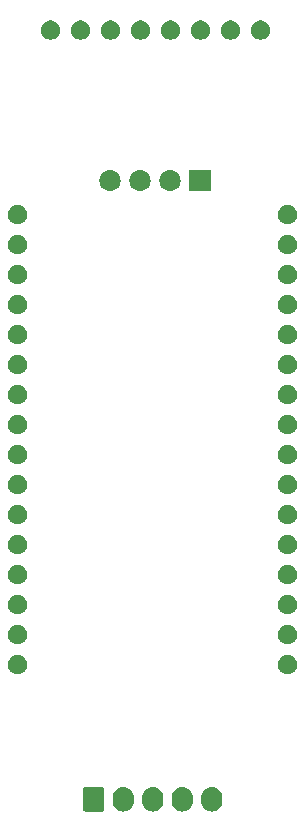
<source format=gbr>
G04 #@! TF.GenerationSoftware,KiCad,Pcbnew,(5.1.0-0)*
G04 #@! TF.CreationDate,2019-06-19T18:31:01-07:00*
G04 #@! TF.ProjectId,d32_sapflow_rtc,6433325f-7361-4706-966c-6f775f727463,rev?*
G04 #@! TF.SameCoordinates,Original*
G04 #@! TF.FileFunction,Soldermask,Top*
G04 #@! TF.FilePolarity,Negative*
%FSLAX46Y46*%
G04 Gerber Fmt 4.6, Leading zero omitted, Abs format (unit mm)*
G04 Created by KiCad (PCBNEW (5.1.0-0)) date 2019-06-19 18:31:01*
%MOMM*%
%LPD*%
G04 APERTURE LIST*
%ADD10C,0.100000*%
G04 APERTURE END LIST*
D10*
G36*
X164276626Y-137187037D02*
G01*
X164446465Y-137238557D01*
X164446467Y-137238558D01*
X164602989Y-137322221D01*
X164740186Y-137434814D01*
X164823448Y-137536271D01*
X164852778Y-137572009D01*
X164936443Y-137728534D01*
X164987963Y-137898373D01*
X165001000Y-138030742D01*
X165001000Y-138369257D01*
X164987963Y-138501626D01*
X164936443Y-138671466D01*
X164852778Y-138827991D01*
X164823448Y-138863729D01*
X164740186Y-138965186D01*
X164645250Y-139043097D01*
X164602991Y-139077778D01*
X164446466Y-139161443D01*
X164276627Y-139212963D01*
X164100000Y-139230359D01*
X163923374Y-139212963D01*
X163753535Y-139161443D01*
X163597010Y-139077778D01*
X163459815Y-138965185D01*
X163347222Y-138827991D01*
X163263557Y-138671466D01*
X163212037Y-138501627D01*
X163199000Y-138369258D01*
X163199000Y-138030743D01*
X163212037Y-137898374D01*
X163263557Y-137728535D01*
X163347222Y-137572010D01*
X163347223Y-137572009D01*
X163459814Y-137434814D01*
X163561271Y-137351552D01*
X163597009Y-137322222D01*
X163753534Y-137238557D01*
X163923373Y-137187037D01*
X164100000Y-137169641D01*
X164276626Y-137187037D01*
X164276626Y-137187037D01*
G37*
G36*
X166776626Y-137187037D02*
G01*
X166946465Y-137238557D01*
X166946467Y-137238558D01*
X167102989Y-137322221D01*
X167240186Y-137434814D01*
X167323448Y-137536271D01*
X167352778Y-137572009D01*
X167436443Y-137728534D01*
X167487963Y-137898373D01*
X167501000Y-138030742D01*
X167501000Y-138369257D01*
X167487963Y-138501626D01*
X167436443Y-138671466D01*
X167352778Y-138827991D01*
X167323448Y-138863729D01*
X167240186Y-138965186D01*
X167145250Y-139043097D01*
X167102991Y-139077778D01*
X166946466Y-139161443D01*
X166776627Y-139212963D01*
X166600000Y-139230359D01*
X166423374Y-139212963D01*
X166253535Y-139161443D01*
X166097010Y-139077778D01*
X165959815Y-138965185D01*
X165847222Y-138827991D01*
X165763557Y-138671466D01*
X165712037Y-138501627D01*
X165699000Y-138369258D01*
X165699000Y-138030743D01*
X165712037Y-137898374D01*
X165763557Y-137728535D01*
X165847222Y-137572010D01*
X165847223Y-137572009D01*
X165959814Y-137434814D01*
X166061271Y-137351552D01*
X166097009Y-137322222D01*
X166253534Y-137238557D01*
X166423373Y-137187037D01*
X166600000Y-137169641D01*
X166776626Y-137187037D01*
X166776626Y-137187037D01*
G37*
G36*
X169276626Y-137187037D02*
G01*
X169446465Y-137238557D01*
X169446467Y-137238558D01*
X169602989Y-137322221D01*
X169740186Y-137434814D01*
X169823448Y-137536271D01*
X169852778Y-137572009D01*
X169936443Y-137728534D01*
X169987963Y-137898373D01*
X170001000Y-138030742D01*
X170001000Y-138369257D01*
X169987963Y-138501626D01*
X169936443Y-138671466D01*
X169852778Y-138827991D01*
X169823448Y-138863729D01*
X169740186Y-138965186D01*
X169645250Y-139043097D01*
X169602991Y-139077778D01*
X169446466Y-139161443D01*
X169276627Y-139212963D01*
X169100000Y-139230359D01*
X168923374Y-139212963D01*
X168753535Y-139161443D01*
X168597010Y-139077778D01*
X168459815Y-138965185D01*
X168347222Y-138827991D01*
X168263557Y-138671466D01*
X168212037Y-138501627D01*
X168199000Y-138369258D01*
X168199000Y-138030743D01*
X168212037Y-137898374D01*
X168263557Y-137728535D01*
X168347222Y-137572010D01*
X168347223Y-137572009D01*
X168459814Y-137434814D01*
X168561271Y-137351552D01*
X168597009Y-137322222D01*
X168753534Y-137238557D01*
X168923373Y-137187037D01*
X169100000Y-137169641D01*
X169276626Y-137187037D01*
X169276626Y-137187037D01*
G37*
G36*
X171776626Y-137187037D02*
G01*
X171946465Y-137238557D01*
X171946467Y-137238558D01*
X172102989Y-137322221D01*
X172240186Y-137434814D01*
X172323448Y-137536271D01*
X172352778Y-137572009D01*
X172436443Y-137728534D01*
X172487963Y-137898373D01*
X172501000Y-138030742D01*
X172501000Y-138369257D01*
X172487963Y-138501626D01*
X172436443Y-138671466D01*
X172352778Y-138827991D01*
X172323448Y-138863729D01*
X172240186Y-138965186D01*
X172145250Y-139043097D01*
X172102991Y-139077778D01*
X171946466Y-139161443D01*
X171776627Y-139212963D01*
X171600000Y-139230359D01*
X171423374Y-139212963D01*
X171253535Y-139161443D01*
X171097010Y-139077778D01*
X170959815Y-138965185D01*
X170847222Y-138827991D01*
X170763557Y-138671466D01*
X170712037Y-138501627D01*
X170699000Y-138369258D01*
X170699000Y-138030743D01*
X170712037Y-137898374D01*
X170763557Y-137728535D01*
X170847222Y-137572010D01*
X170847223Y-137572009D01*
X170959814Y-137434814D01*
X171061271Y-137351552D01*
X171097009Y-137322222D01*
X171253534Y-137238557D01*
X171423373Y-137187037D01*
X171600000Y-137169641D01*
X171776626Y-137187037D01*
X171776626Y-137187037D01*
G37*
G36*
X162358600Y-137177989D02*
G01*
X162391652Y-137188015D01*
X162422103Y-137204292D01*
X162448799Y-137226201D01*
X162470708Y-137252897D01*
X162486985Y-137283348D01*
X162497011Y-137316400D01*
X162501000Y-137356903D01*
X162501000Y-139043097D01*
X162497011Y-139083600D01*
X162486985Y-139116652D01*
X162470708Y-139147103D01*
X162448799Y-139173799D01*
X162422103Y-139195708D01*
X162391652Y-139211985D01*
X162358600Y-139222011D01*
X162318097Y-139226000D01*
X160881903Y-139226000D01*
X160841400Y-139222011D01*
X160808348Y-139211985D01*
X160777897Y-139195708D01*
X160751201Y-139173799D01*
X160729292Y-139147103D01*
X160713015Y-139116652D01*
X160702989Y-139083600D01*
X160699000Y-139043097D01*
X160699000Y-137356903D01*
X160702989Y-137316400D01*
X160713015Y-137283348D01*
X160729292Y-137252897D01*
X160751201Y-137226201D01*
X160777897Y-137204292D01*
X160808348Y-137188015D01*
X160841400Y-137177989D01*
X160881903Y-137174000D01*
X162318097Y-137174000D01*
X162358600Y-137177989D01*
X162358600Y-137177989D01*
G37*
G36*
X178242143Y-126013243D02*
G01*
X178390102Y-126074530D01*
X178523256Y-126163500D01*
X178636502Y-126276746D01*
X178725472Y-126409900D01*
X178786759Y-126557859D01*
X178818001Y-126714926D01*
X178818001Y-126875076D01*
X178786759Y-127032143D01*
X178725472Y-127180102D01*
X178636502Y-127313256D01*
X178523256Y-127426502D01*
X178390102Y-127515472D01*
X178242143Y-127576759D01*
X178085076Y-127608001D01*
X177924926Y-127608001D01*
X177767859Y-127576759D01*
X177619900Y-127515472D01*
X177486746Y-127426502D01*
X177373500Y-127313256D01*
X177284530Y-127180102D01*
X177223243Y-127032143D01*
X177192001Y-126875076D01*
X177192001Y-126714926D01*
X177223243Y-126557859D01*
X177284530Y-126409900D01*
X177373500Y-126276746D01*
X177486746Y-126163500D01*
X177619900Y-126074530D01*
X177767859Y-126013243D01*
X177924926Y-125982001D01*
X178085076Y-125982001D01*
X178242143Y-126013243D01*
X178242143Y-126013243D01*
G37*
G36*
X155382143Y-126013243D02*
G01*
X155530102Y-126074530D01*
X155663256Y-126163500D01*
X155776502Y-126276746D01*
X155865472Y-126409900D01*
X155926759Y-126557859D01*
X155958001Y-126714926D01*
X155958001Y-126875076D01*
X155926759Y-127032143D01*
X155865472Y-127180102D01*
X155776502Y-127313256D01*
X155663256Y-127426502D01*
X155530102Y-127515472D01*
X155382143Y-127576759D01*
X155225076Y-127608001D01*
X155064926Y-127608001D01*
X154907859Y-127576759D01*
X154759900Y-127515472D01*
X154626746Y-127426502D01*
X154513500Y-127313256D01*
X154424530Y-127180102D01*
X154363243Y-127032143D01*
X154332001Y-126875076D01*
X154332001Y-126714926D01*
X154363243Y-126557859D01*
X154424530Y-126409900D01*
X154513500Y-126276746D01*
X154626746Y-126163500D01*
X154759900Y-126074530D01*
X154907859Y-126013243D01*
X155064926Y-125982001D01*
X155225076Y-125982001D01*
X155382143Y-126013243D01*
X155382143Y-126013243D01*
G37*
G36*
X155382143Y-123473243D02*
G01*
X155530102Y-123534530D01*
X155663256Y-123623500D01*
X155776502Y-123736746D01*
X155865472Y-123869900D01*
X155926759Y-124017859D01*
X155958001Y-124174926D01*
X155958001Y-124335076D01*
X155926759Y-124492143D01*
X155865472Y-124640102D01*
X155776502Y-124773256D01*
X155663256Y-124886502D01*
X155530102Y-124975472D01*
X155382143Y-125036759D01*
X155225076Y-125068001D01*
X155064926Y-125068001D01*
X154907859Y-125036759D01*
X154759900Y-124975472D01*
X154626746Y-124886502D01*
X154513500Y-124773256D01*
X154424530Y-124640102D01*
X154363243Y-124492143D01*
X154332001Y-124335076D01*
X154332001Y-124174926D01*
X154363243Y-124017859D01*
X154424530Y-123869900D01*
X154513500Y-123736746D01*
X154626746Y-123623500D01*
X154759900Y-123534530D01*
X154907859Y-123473243D01*
X155064926Y-123442001D01*
X155225076Y-123442001D01*
X155382143Y-123473243D01*
X155382143Y-123473243D01*
G37*
G36*
X178242143Y-123473243D02*
G01*
X178390102Y-123534530D01*
X178523256Y-123623500D01*
X178636502Y-123736746D01*
X178725472Y-123869900D01*
X178786759Y-124017859D01*
X178818001Y-124174926D01*
X178818001Y-124335076D01*
X178786759Y-124492143D01*
X178725472Y-124640102D01*
X178636502Y-124773256D01*
X178523256Y-124886502D01*
X178390102Y-124975472D01*
X178242143Y-125036759D01*
X178085076Y-125068001D01*
X177924926Y-125068001D01*
X177767859Y-125036759D01*
X177619900Y-124975472D01*
X177486746Y-124886502D01*
X177373500Y-124773256D01*
X177284530Y-124640102D01*
X177223243Y-124492143D01*
X177192001Y-124335076D01*
X177192001Y-124174926D01*
X177223243Y-124017859D01*
X177284530Y-123869900D01*
X177373500Y-123736746D01*
X177486746Y-123623500D01*
X177619900Y-123534530D01*
X177767859Y-123473243D01*
X177924926Y-123442001D01*
X178085076Y-123442001D01*
X178242143Y-123473243D01*
X178242143Y-123473243D01*
G37*
G36*
X178242143Y-120933243D02*
G01*
X178390102Y-120994530D01*
X178523256Y-121083500D01*
X178636502Y-121196746D01*
X178725472Y-121329900D01*
X178786759Y-121477859D01*
X178818001Y-121634926D01*
X178818001Y-121795076D01*
X178786759Y-121952143D01*
X178725472Y-122100102D01*
X178636502Y-122233256D01*
X178523256Y-122346502D01*
X178390102Y-122435472D01*
X178242143Y-122496759D01*
X178085076Y-122528001D01*
X177924926Y-122528001D01*
X177767859Y-122496759D01*
X177619900Y-122435472D01*
X177486746Y-122346502D01*
X177373500Y-122233256D01*
X177284530Y-122100102D01*
X177223243Y-121952143D01*
X177192001Y-121795076D01*
X177192001Y-121634926D01*
X177223243Y-121477859D01*
X177284530Y-121329900D01*
X177373500Y-121196746D01*
X177486746Y-121083500D01*
X177619900Y-120994530D01*
X177767859Y-120933243D01*
X177924926Y-120902001D01*
X178085076Y-120902001D01*
X178242143Y-120933243D01*
X178242143Y-120933243D01*
G37*
G36*
X155382143Y-120933243D02*
G01*
X155530102Y-120994530D01*
X155663256Y-121083500D01*
X155776502Y-121196746D01*
X155865472Y-121329900D01*
X155926759Y-121477859D01*
X155958001Y-121634926D01*
X155958001Y-121795076D01*
X155926759Y-121952143D01*
X155865472Y-122100102D01*
X155776502Y-122233256D01*
X155663256Y-122346502D01*
X155530102Y-122435472D01*
X155382143Y-122496759D01*
X155225076Y-122528001D01*
X155064926Y-122528001D01*
X154907859Y-122496759D01*
X154759900Y-122435472D01*
X154626746Y-122346502D01*
X154513500Y-122233256D01*
X154424530Y-122100102D01*
X154363243Y-121952143D01*
X154332001Y-121795076D01*
X154332001Y-121634926D01*
X154363243Y-121477859D01*
X154424530Y-121329900D01*
X154513500Y-121196746D01*
X154626746Y-121083500D01*
X154759900Y-120994530D01*
X154907859Y-120933243D01*
X155064926Y-120902001D01*
X155225076Y-120902001D01*
X155382143Y-120933243D01*
X155382143Y-120933243D01*
G37*
G36*
X178242143Y-118393243D02*
G01*
X178390102Y-118454530D01*
X178523256Y-118543500D01*
X178636502Y-118656746D01*
X178725472Y-118789900D01*
X178786759Y-118937859D01*
X178818001Y-119094926D01*
X178818001Y-119255076D01*
X178786759Y-119412143D01*
X178725472Y-119560102D01*
X178636502Y-119693256D01*
X178523256Y-119806502D01*
X178390102Y-119895472D01*
X178242143Y-119956759D01*
X178085076Y-119988001D01*
X177924926Y-119988001D01*
X177767859Y-119956759D01*
X177619900Y-119895472D01*
X177486746Y-119806502D01*
X177373500Y-119693256D01*
X177284530Y-119560102D01*
X177223243Y-119412143D01*
X177192001Y-119255076D01*
X177192001Y-119094926D01*
X177223243Y-118937859D01*
X177284530Y-118789900D01*
X177373500Y-118656746D01*
X177486746Y-118543500D01*
X177619900Y-118454530D01*
X177767859Y-118393243D01*
X177924926Y-118362001D01*
X178085076Y-118362001D01*
X178242143Y-118393243D01*
X178242143Y-118393243D01*
G37*
G36*
X155382143Y-118393243D02*
G01*
X155530102Y-118454530D01*
X155663256Y-118543500D01*
X155776502Y-118656746D01*
X155865472Y-118789900D01*
X155926759Y-118937859D01*
X155958001Y-119094926D01*
X155958001Y-119255076D01*
X155926759Y-119412143D01*
X155865472Y-119560102D01*
X155776502Y-119693256D01*
X155663256Y-119806502D01*
X155530102Y-119895472D01*
X155382143Y-119956759D01*
X155225076Y-119988001D01*
X155064926Y-119988001D01*
X154907859Y-119956759D01*
X154759900Y-119895472D01*
X154626746Y-119806502D01*
X154513500Y-119693256D01*
X154424530Y-119560102D01*
X154363243Y-119412143D01*
X154332001Y-119255076D01*
X154332001Y-119094926D01*
X154363243Y-118937859D01*
X154424530Y-118789900D01*
X154513500Y-118656746D01*
X154626746Y-118543500D01*
X154759900Y-118454530D01*
X154907859Y-118393243D01*
X155064926Y-118362001D01*
X155225076Y-118362001D01*
X155382143Y-118393243D01*
X155382143Y-118393243D01*
G37*
G36*
X178242143Y-115853243D02*
G01*
X178390102Y-115914530D01*
X178523256Y-116003500D01*
X178636502Y-116116746D01*
X178725472Y-116249900D01*
X178786759Y-116397859D01*
X178818001Y-116554926D01*
X178818001Y-116715076D01*
X178786759Y-116872143D01*
X178725472Y-117020102D01*
X178636502Y-117153256D01*
X178523256Y-117266502D01*
X178390102Y-117355472D01*
X178242143Y-117416759D01*
X178085076Y-117448001D01*
X177924926Y-117448001D01*
X177767859Y-117416759D01*
X177619900Y-117355472D01*
X177486746Y-117266502D01*
X177373500Y-117153256D01*
X177284530Y-117020102D01*
X177223243Y-116872143D01*
X177192001Y-116715076D01*
X177192001Y-116554926D01*
X177223243Y-116397859D01*
X177284530Y-116249900D01*
X177373500Y-116116746D01*
X177486746Y-116003500D01*
X177619900Y-115914530D01*
X177767859Y-115853243D01*
X177924926Y-115822001D01*
X178085076Y-115822001D01*
X178242143Y-115853243D01*
X178242143Y-115853243D01*
G37*
G36*
X155382143Y-115853243D02*
G01*
X155530102Y-115914530D01*
X155663256Y-116003500D01*
X155776502Y-116116746D01*
X155865472Y-116249900D01*
X155926759Y-116397859D01*
X155958001Y-116554926D01*
X155958001Y-116715076D01*
X155926759Y-116872143D01*
X155865472Y-117020102D01*
X155776502Y-117153256D01*
X155663256Y-117266502D01*
X155530102Y-117355472D01*
X155382143Y-117416759D01*
X155225076Y-117448001D01*
X155064926Y-117448001D01*
X154907859Y-117416759D01*
X154759900Y-117355472D01*
X154626746Y-117266502D01*
X154513500Y-117153256D01*
X154424530Y-117020102D01*
X154363243Y-116872143D01*
X154332001Y-116715076D01*
X154332001Y-116554926D01*
X154363243Y-116397859D01*
X154424530Y-116249900D01*
X154513500Y-116116746D01*
X154626746Y-116003500D01*
X154759900Y-115914530D01*
X154907859Y-115853243D01*
X155064926Y-115822001D01*
X155225076Y-115822001D01*
X155382143Y-115853243D01*
X155382143Y-115853243D01*
G37*
G36*
X178242143Y-113313243D02*
G01*
X178390102Y-113374530D01*
X178523256Y-113463500D01*
X178636502Y-113576746D01*
X178725472Y-113709900D01*
X178786759Y-113857859D01*
X178818001Y-114014926D01*
X178818001Y-114175076D01*
X178786759Y-114332143D01*
X178725472Y-114480102D01*
X178636502Y-114613256D01*
X178523256Y-114726502D01*
X178390102Y-114815472D01*
X178242143Y-114876759D01*
X178085076Y-114908001D01*
X177924926Y-114908001D01*
X177767859Y-114876759D01*
X177619900Y-114815472D01*
X177486746Y-114726502D01*
X177373500Y-114613256D01*
X177284530Y-114480102D01*
X177223243Y-114332143D01*
X177192001Y-114175076D01*
X177192001Y-114014926D01*
X177223243Y-113857859D01*
X177284530Y-113709900D01*
X177373500Y-113576746D01*
X177486746Y-113463500D01*
X177619900Y-113374530D01*
X177767859Y-113313243D01*
X177924926Y-113282001D01*
X178085076Y-113282001D01*
X178242143Y-113313243D01*
X178242143Y-113313243D01*
G37*
G36*
X155382143Y-113313243D02*
G01*
X155530102Y-113374530D01*
X155663256Y-113463500D01*
X155776502Y-113576746D01*
X155865472Y-113709900D01*
X155926759Y-113857859D01*
X155958001Y-114014926D01*
X155958001Y-114175076D01*
X155926759Y-114332143D01*
X155865472Y-114480102D01*
X155776502Y-114613256D01*
X155663256Y-114726502D01*
X155530102Y-114815472D01*
X155382143Y-114876759D01*
X155225076Y-114908001D01*
X155064926Y-114908001D01*
X154907859Y-114876759D01*
X154759900Y-114815472D01*
X154626746Y-114726502D01*
X154513500Y-114613256D01*
X154424530Y-114480102D01*
X154363243Y-114332143D01*
X154332001Y-114175076D01*
X154332001Y-114014926D01*
X154363243Y-113857859D01*
X154424530Y-113709900D01*
X154513500Y-113576746D01*
X154626746Y-113463500D01*
X154759900Y-113374530D01*
X154907859Y-113313243D01*
X155064926Y-113282001D01*
X155225076Y-113282001D01*
X155382143Y-113313243D01*
X155382143Y-113313243D01*
G37*
G36*
X178242143Y-110773243D02*
G01*
X178390102Y-110834530D01*
X178523256Y-110923500D01*
X178636502Y-111036746D01*
X178725472Y-111169900D01*
X178786759Y-111317859D01*
X178818001Y-111474926D01*
X178818001Y-111635076D01*
X178786759Y-111792143D01*
X178725472Y-111940102D01*
X178636502Y-112073256D01*
X178523256Y-112186502D01*
X178390102Y-112275472D01*
X178242143Y-112336759D01*
X178085076Y-112368001D01*
X177924926Y-112368001D01*
X177767859Y-112336759D01*
X177619900Y-112275472D01*
X177486746Y-112186502D01*
X177373500Y-112073256D01*
X177284530Y-111940102D01*
X177223243Y-111792143D01*
X177192001Y-111635076D01*
X177192001Y-111474926D01*
X177223243Y-111317859D01*
X177284530Y-111169900D01*
X177373500Y-111036746D01*
X177486746Y-110923500D01*
X177619900Y-110834530D01*
X177767859Y-110773243D01*
X177924926Y-110742001D01*
X178085076Y-110742001D01*
X178242143Y-110773243D01*
X178242143Y-110773243D01*
G37*
G36*
X155382143Y-110773243D02*
G01*
X155530102Y-110834530D01*
X155663256Y-110923500D01*
X155776502Y-111036746D01*
X155865472Y-111169900D01*
X155926759Y-111317859D01*
X155958001Y-111474926D01*
X155958001Y-111635076D01*
X155926759Y-111792143D01*
X155865472Y-111940102D01*
X155776502Y-112073256D01*
X155663256Y-112186502D01*
X155530102Y-112275472D01*
X155382143Y-112336759D01*
X155225076Y-112368001D01*
X155064926Y-112368001D01*
X154907859Y-112336759D01*
X154759900Y-112275472D01*
X154626746Y-112186502D01*
X154513500Y-112073256D01*
X154424530Y-111940102D01*
X154363243Y-111792143D01*
X154332001Y-111635076D01*
X154332001Y-111474926D01*
X154363243Y-111317859D01*
X154424530Y-111169900D01*
X154513500Y-111036746D01*
X154626746Y-110923500D01*
X154759900Y-110834530D01*
X154907859Y-110773243D01*
X155064926Y-110742001D01*
X155225076Y-110742001D01*
X155382143Y-110773243D01*
X155382143Y-110773243D01*
G37*
G36*
X155382143Y-108233243D02*
G01*
X155530102Y-108294530D01*
X155663256Y-108383500D01*
X155776502Y-108496746D01*
X155865472Y-108629900D01*
X155926759Y-108777859D01*
X155958001Y-108934926D01*
X155958001Y-109095076D01*
X155926759Y-109252143D01*
X155865472Y-109400102D01*
X155776502Y-109533256D01*
X155663256Y-109646502D01*
X155530102Y-109735472D01*
X155382143Y-109796759D01*
X155225076Y-109828001D01*
X155064926Y-109828001D01*
X154907859Y-109796759D01*
X154759900Y-109735472D01*
X154626746Y-109646502D01*
X154513500Y-109533256D01*
X154424530Y-109400102D01*
X154363243Y-109252143D01*
X154332001Y-109095076D01*
X154332001Y-108934926D01*
X154363243Y-108777859D01*
X154424530Y-108629900D01*
X154513500Y-108496746D01*
X154626746Y-108383500D01*
X154759900Y-108294530D01*
X154907859Y-108233243D01*
X155064926Y-108202001D01*
X155225076Y-108202001D01*
X155382143Y-108233243D01*
X155382143Y-108233243D01*
G37*
G36*
X178242143Y-108233243D02*
G01*
X178390102Y-108294530D01*
X178523256Y-108383500D01*
X178636502Y-108496746D01*
X178725472Y-108629900D01*
X178786759Y-108777859D01*
X178818001Y-108934926D01*
X178818001Y-109095076D01*
X178786759Y-109252143D01*
X178725472Y-109400102D01*
X178636502Y-109533256D01*
X178523256Y-109646502D01*
X178390102Y-109735472D01*
X178242143Y-109796759D01*
X178085076Y-109828001D01*
X177924926Y-109828001D01*
X177767859Y-109796759D01*
X177619900Y-109735472D01*
X177486746Y-109646502D01*
X177373500Y-109533256D01*
X177284530Y-109400102D01*
X177223243Y-109252143D01*
X177192001Y-109095076D01*
X177192001Y-108934926D01*
X177223243Y-108777859D01*
X177284530Y-108629900D01*
X177373500Y-108496746D01*
X177486746Y-108383500D01*
X177619900Y-108294530D01*
X177767859Y-108233243D01*
X177924926Y-108202001D01*
X178085076Y-108202001D01*
X178242143Y-108233243D01*
X178242143Y-108233243D01*
G37*
G36*
X178242143Y-105693243D02*
G01*
X178390102Y-105754530D01*
X178523256Y-105843500D01*
X178636502Y-105956746D01*
X178725472Y-106089900D01*
X178786759Y-106237859D01*
X178818001Y-106394926D01*
X178818001Y-106555076D01*
X178786759Y-106712143D01*
X178725472Y-106860102D01*
X178636502Y-106993256D01*
X178523256Y-107106502D01*
X178390102Y-107195472D01*
X178242143Y-107256759D01*
X178085076Y-107288001D01*
X177924926Y-107288001D01*
X177767859Y-107256759D01*
X177619900Y-107195472D01*
X177486746Y-107106502D01*
X177373500Y-106993256D01*
X177284530Y-106860102D01*
X177223243Y-106712143D01*
X177192001Y-106555076D01*
X177192001Y-106394926D01*
X177223243Y-106237859D01*
X177284530Y-106089900D01*
X177373500Y-105956746D01*
X177486746Y-105843500D01*
X177619900Y-105754530D01*
X177767859Y-105693243D01*
X177924926Y-105662001D01*
X178085076Y-105662001D01*
X178242143Y-105693243D01*
X178242143Y-105693243D01*
G37*
G36*
X155382143Y-105693243D02*
G01*
X155530102Y-105754530D01*
X155663256Y-105843500D01*
X155776502Y-105956746D01*
X155865472Y-106089900D01*
X155926759Y-106237859D01*
X155958001Y-106394926D01*
X155958001Y-106555076D01*
X155926759Y-106712143D01*
X155865472Y-106860102D01*
X155776502Y-106993256D01*
X155663256Y-107106502D01*
X155530102Y-107195472D01*
X155382143Y-107256759D01*
X155225076Y-107288001D01*
X155064926Y-107288001D01*
X154907859Y-107256759D01*
X154759900Y-107195472D01*
X154626746Y-107106502D01*
X154513500Y-106993256D01*
X154424530Y-106860102D01*
X154363243Y-106712143D01*
X154332001Y-106555076D01*
X154332001Y-106394926D01*
X154363243Y-106237859D01*
X154424530Y-106089900D01*
X154513500Y-105956746D01*
X154626746Y-105843500D01*
X154759900Y-105754530D01*
X154907859Y-105693243D01*
X155064926Y-105662001D01*
X155225076Y-105662001D01*
X155382143Y-105693243D01*
X155382143Y-105693243D01*
G37*
G36*
X178242143Y-103153243D02*
G01*
X178390102Y-103214530D01*
X178523256Y-103303500D01*
X178636502Y-103416746D01*
X178725472Y-103549900D01*
X178786759Y-103697859D01*
X178818001Y-103854926D01*
X178818001Y-104015076D01*
X178786759Y-104172143D01*
X178725472Y-104320102D01*
X178636502Y-104453256D01*
X178523256Y-104566502D01*
X178390102Y-104655472D01*
X178242143Y-104716759D01*
X178085076Y-104748001D01*
X177924926Y-104748001D01*
X177767859Y-104716759D01*
X177619900Y-104655472D01*
X177486746Y-104566502D01*
X177373500Y-104453256D01*
X177284530Y-104320102D01*
X177223243Y-104172143D01*
X177192001Y-104015076D01*
X177192001Y-103854926D01*
X177223243Y-103697859D01*
X177284530Y-103549900D01*
X177373500Y-103416746D01*
X177486746Y-103303500D01*
X177619900Y-103214530D01*
X177767859Y-103153243D01*
X177924926Y-103122001D01*
X178085076Y-103122001D01*
X178242143Y-103153243D01*
X178242143Y-103153243D01*
G37*
G36*
X155382143Y-103153243D02*
G01*
X155530102Y-103214530D01*
X155663256Y-103303500D01*
X155776502Y-103416746D01*
X155865472Y-103549900D01*
X155926759Y-103697859D01*
X155958001Y-103854926D01*
X155958001Y-104015076D01*
X155926759Y-104172143D01*
X155865472Y-104320102D01*
X155776502Y-104453256D01*
X155663256Y-104566502D01*
X155530102Y-104655472D01*
X155382143Y-104716759D01*
X155225076Y-104748001D01*
X155064926Y-104748001D01*
X154907859Y-104716759D01*
X154759900Y-104655472D01*
X154626746Y-104566502D01*
X154513500Y-104453256D01*
X154424530Y-104320102D01*
X154363243Y-104172143D01*
X154332001Y-104015076D01*
X154332001Y-103854926D01*
X154363243Y-103697859D01*
X154424530Y-103549900D01*
X154513500Y-103416746D01*
X154626746Y-103303500D01*
X154759900Y-103214530D01*
X154907859Y-103153243D01*
X155064926Y-103122001D01*
X155225076Y-103122001D01*
X155382143Y-103153243D01*
X155382143Y-103153243D01*
G37*
G36*
X155382143Y-100613243D02*
G01*
X155530102Y-100674530D01*
X155663256Y-100763500D01*
X155776502Y-100876746D01*
X155865472Y-101009900D01*
X155926759Y-101157859D01*
X155958001Y-101314926D01*
X155958001Y-101475076D01*
X155926759Y-101632143D01*
X155865472Y-101780102D01*
X155776502Y-101913256D01*
X155663256Y-102026502D01*
X155530102Y-102115472D01*
X155382143Y-102176759D01*
X155225076Y-102208001D01*
X155064926Y-102208001D01*
X154907859Y-102176759D01*
X154759900Y-102115472D01*
X154626746Y-102026502D01*
X154513500Y-101913256D01*
X154424530Y-101780102D01*
X154363243Y-101632143D01*
X154332001Y-101475076D01*
X154332001Y-101314926D01*
X154363243Y-101157859D01*
X154424530Y-101009900D01*
X154513500Y-100876746D01*
X154626746Y-100763500D01*
X154759900Y-100674530D01*
X154907859Y-100613243D01*
X155064926Y-100582001D01*
X155225076Y-100582001D01*
X155382143Y-100613243D01*
X155382143Y-100613243D01*
G37*
G36*
X178242143Y-100613243D02*
G01*
X178390102Y-100674530D01*
X178523256Y-100763500D01*
X178636502Y-100876746D01*
X178725472Y-101009900D01*
X178786759Y-101157859D01*
X178818001Y-101314926D01*
X178818001Y-101475076D01*
X178786759Y-101632143D01*
X178725472Y-101780102D01*
X178636502Y-101913256D01*
X178523256Y-102026502D01*
X178390102Y-102115472D01*
X178242143Y-102176759D01*
X178085076Y-102208001D01*
X177924926Y-102208001D01*
X177767859Y-102176759D01*
X177619900Y-102115472D01*
X177486746Y-102026502D01*
X177373500Y-101913256D01*
X177284530Y-101780102D01*
X177223243Y-101632143D01*
X177192001Y-101475076D01*
X177192001Y-101314926D01*
X177223243Y-101157859D01*
X177284530Y-101009900D01*
X177373500Y-100876746D01*
X177486746Y-100763500D01*
X177619900Y-100674530D01*
X177767859Y-100613243D01*
X177924926Y-100582001D01*
X178085076Y-100582001D01*
X178242143Y-100613243D01*
X178242143Y-100613243D01*
G37*
G36*
X178242143Y-98073243D02*
G01*
X178390102Y-98134530D01*
X178523256Y-98223500D01*
X178636502Y-98336746D01*
X178725472Y-98469900D01*
X178786759Y-98617859D01*
X178818001Y-98774926D01*
X178818001Y-98935076D01*
X178786759Y-99092143D01*
X178725472Y-99240102D01*
X178636502Y-99373256D01*
X178523256Y-99486502D01*
X178390102Y-99575472D01*
X178242143Y-99636759D01*
X178085076Y-99668001D01*
X177924926Y-99668001D01*
X177767859Y-99636759D01*
X177619900Y-99575472D01*
X177486746Y-99486502D01*
X177373500Y-99373256D01*
X177284530Y-99240102D01*
X177223243Y-99092143D01*
X177192001Y-98935076D01*
X177192001Y-98774926D01*
X177223243Y-98617859D01*
X177284530Y-98469900D01*
X177373500Y-98336746D01*
X177486746Y-98223500D01*
X177619900Y-98134530D01*
X177767859Y-98073243D01*
X177924926Y-98042001D01*
X178085076Y-98042001D01*
X178242143Y-98073243D01*
X178242143Y-98073243D01*
G37*
G36*
X155382143Y-98073243D02*
G01*
X155530102Y-98134530D01*
X155663256Y-98223500D01*
X155776502Y-98336746D01*
X155865472Y-98469900D01*
X155926759Y-98617859D01*
X155958001Y-98774926D01*
X155958001Y-98935076D01*
X155926759Y-99092143D01*
X155865472Y-99240102D01*
X155776502Y-99373256D01*
X155663256Y-99486502D01*
X155530102Y-99575472D01*
X155382143Y-99636759D01*
X155225076Y-99668001D01*
X155064926Y-99668001D01*
X154907859Y-99636759D01*
X154759900Y-99575472D01*
X154626746Y-99486502D01*
X154513500Y-99373256D01*
X154424530Y-99240102D01*
X154363243Y-99092143D01*
X154332001Y-98935076D01*
X154332001Y-98774926D01*
X154363243Y-98617859D01*
X154424530Y-98469900D01*
X154513500Y-98336746D01*
X154626746Y-98223500D01*
X154759900Y-98134530D01*
X154907859Y-98073243D01*
X155064926Y-98042001D01*
X155225076Y-98042001D01*
X155382143Y-98073243D01*
X155382143Y-98073243D01*
G37*
G36*
X155382143Y-95533243D02*
G01*
X155530102Y-95594530D01*
X155663256Y-95683500D01*
X155776502Y-95796746D01*
X155865472Y-95929900D01*
X155926759Y-96077859D01*
X155958001Y-96234926D01*
X155958001Y-96395076D01*
X155926759Y-96552143D01*
X155865472Y-96700102D01*
X155776502Y-96833256D01*
X155663256Y-96946502D01*
X155530102Y-97035472D01*
X155382143Y-97096759D01*
X155225076Y-97128001D01*
X155064926Y-97128001D01*
X154907859Y-97096759D01*
X154759900Y-97035472D01*
X154626746Y-96946502D01*
X154513500Y-96833256D01*
X154424530Y-96700102D01*
X154363243Y-96552143D01*
X154332001Y-96395076D01*
X154332001Y-96234926D01*
X154363243Y-96077859D01*
X154424530Y-95929900D01*
X154513500Y-95796746D01*
X154626746Y-95683500D01*
X154759900Y-95594530D01*
X154907859Y-95533243D01*
X155064926Y-95502001D01*
X155225076Y-95502001D01*
X155382143Y-95533243D01*
X155382143Y-95533243D01*
G37*
G36*
X178242143Y-95533243D02*
G01*
X178390102Y-95594530D01*
X178523256Y-95683500D01*
X178636502Y-95796746D01*
X178725472Y-95929900D01*
X178786759Y-96077859D01*
X178818001Y-96234926D01*
X178818001Y-96395076D01*
X178786759Y-96552143D01*
X178725472Y-96700102D01*
X178636502Y-96833256D01*
X178523256Y-96946502D01*
X178390102Y-97035472D01*
X178242143Y-97096759D01*
X178085076Y-97128001D01*
X177924926Y-97128001D01*
X177767859Y-97096759D01*
X177619900Y-97035472D01*
X177486746Y-96946502D01*
X177373500Y-96833256D01*
X177284530Y-96700102D01*
X177223243Y-96552143D01*
X177192001Y-96395076D01*
X177192001Y-96234926D01*
X177223243Y-96077859D01*
X177284530Y-95929900D01*
X177373500Y-95796746D01*
X177486746Y-95683500D01*
X177619900Y-95594530D01*
X177767859Y-95533243D01*
X177924926Y-95502001D01*
X178085076Y-95502001D01*
X178242143Y-95533243D01*
X178242143Y-95533243D01*
G37*
G36*
X155382143Y-92993243D02*
G01*
X155530102Y-93054530D01*
X155663256Y-93143500D01*
X155776502Y-93256746D01*
X155865472Y-93389900D01*
X155926759Y-93537859D01*
X155958001Y-93694926D01*
X155958001Y-93855076D01*
X155926759Y-94012143D01*
X155865472Y-94160102D01*
X155776502Y-94293256D01*
X155663256Y-94406502D01*
X155530102Y-94495472D01*
X155382143Y-94556759D01*
X155225076Y-94588001D01*
X155064926Y-94588001D01*
X154907859Y-94556759D01*
X154759900Y-94495472D01*
X154626746Y-94406502D01*
X154513500Y-94293256D01*
X154424530Y-94160102D01*
X154363243Y-94012143D01*
X154332001Y-93855076D01*
X154332001Y-93694926D01*
X154363243Y-93537859D01*
X154424530Y-93389900D01*
X154513500Y-93256746D01*
X154626746Y-93143500D01*
X154759900Y-93054530D01*
X154907859Y-92993243D01*
X155064926Y-92962001D01*
X155225076Y-92962001D01*
X155382143Y-92993243D01*
X155382143Y-92993243D01*
G37*
G36*
X178242143Y-92993243D02*
G01*
X178390102Y-93054530D01*
X178523256Y-93143500D01*
X178636502Y-93256746D01*
X178725472Y-93389900D01*
X178786759Y-93537859D01*
X178818001Y-93694926D01*
X178818001Y-93855076D01*
X178786759Y-94012143D01*
X178725472Y-94160102D01*
X178636502Y-94293256D01*
X178523256Y-94406502D01*
X178390102Y-94495472D01*
X178242143Y-94556759D01*
X178085076Y-94588001D01*
X177924926Y-94588001D01*
X177767859Y-94556759D01*
X177619900Y-94495472D01*
X177486746Y-94406502D01*
X177373500Y-94293256D01*
X177284530Y-94160102D01*
X177223243Y-94012143D01*
X177192001Y-93855076D01*
X177192001Y-93694926D01*
X177223243Y-93537859D01*
X177284530Y-93389900D01*
X177373500Y-93256746D01*
X177486746Y-93143500D01*
X177619900Y-93054530D01*
X177767859Y-92993243D01*
X177924926Y-92962001D01*
X178085076Y-92962001D01*
X178242143Y-92993243D01*
X178242143Y-92993243D01*
G37*
G36*
X155382143Y-90453243D02*
G01*
X155530102Y-90514530D01*
X155663256Y-90603500D01*
X155776502Y-90716746D01*
X155865472Y-90849900D01*
X155926759Y-90997859D01*
X155958001Y-91154926D01*
X155958001Y-91315076D01*
X155926759Y-91472143D01*
X155865472Y-91620102D01*
X155776502Y-91753256D01*
X155663256Y-91866502D01*
X155530102Y-91955472D01*
X155382143Y-92016759D01*
X155225076Y-92048001D01*
X155064926Y-92048001D01*
X154907859Y-92016759D01*
X154759900Y-91955472D01*
X154626746Y-91866502D01*
X154513500Y-91753256D01*
X154424530Y-91620102D01*
X154363243Y-91472143D01*
X154332001Y-91315076D01*
X154332001Y-91154926D01*
X154363243Y-90997859D01*
X154424530Y-90849900D01*
X154513500Y-90716746D01*
X154626746Y-90603500D01*
X154759900Y-90514530D01*
X154907859Y-90453243D01*
X155064926Y-90422001D01*
X155225076Y-90422001D01*
X155382143Y-90453243D01*
X155382143Y-90453243D01*
G37*
G36*
X178242143Y-90453243D02*
G01*
X178390102Y-90514530D01*
X178523256Y-90603500D01*
X178636502Y-90716746D01*
X178725472Y-90849900D01*
X178786759Y-90997859D01*
X178818001Y-91154926D01*
X178818001Y-91315076D01*
X178786759Y-91472143D01*
X178725472Y-91620102D01*
X178636502Y-91753256D01*
X178523256Y-91866502D01*
X178390102Y-91955472D01*
X178242143Y-92016759D01*
X178085076Y-92048001D01*
X177924926Y-92048001D01*
X177767859Y-92016759D01*
X177619900Y-91955472D01*
X177486746Y-91866502D01*
X177373500Y-91753256D01*
X177284530Y-91620102D01*
X177223243Y-91472143D01*
X177192001Y-91315076D01*
X177192001Y-91154926D01*
X177223243Y-90997859D01*
X177284530Y-90849900D01*
X177373500Y-90716746D01*
X177486746Y-90603500D01*
X177619900Y-90514530D01*
X177767859Y-90453243D01*
X177924926Y-90422001D01*
X178085076Y-90422001D01*
X178242143Y-90453243D01*
X178242143Y-90453243D01*
G37*
G36*
X155382143Y-87913243D02*
G01*
X155530102Y-87974530D01*
X155663256Y-88063500D01*
X155776502Y-88176746D01*
X155865472Y-88309900D01*
X155926759Y-88457859D01*
X155958001Y-88614926D01*
X155958001Y-88775076D01*
X155926759Y-88932143D01*
X155865472Y-89080102D01*
X155776502Y-89213256D01*
X155663256Y-89326502D01*
X155530102Y-89415472D01*
X155382143Y-89476759D01*
X155225076Y-89508001D01*
X155064926Y-89508001D01*
X154907859Y-89476759D01*
X154759900Y-89415472D01*
X154626746Y-89326502D01*
X154513500Y-89213256D01*
X154424530Y-89080102D01*
X154363243Y-88932143D01*
X154332001Y-88775076D01*
X154332001Y-88614926D01*
X154363243Y-88457859D01*
X154424530Y-88309900D01*
X154513500Y-88176746D01*
X154626746Y-88063500D01*
X154759900Y-87974530D01*
X154907859Y-87913243D01*
X155064926Y-87882001D01*
X155225076Y-87882001D01*
X155382143Y-87913243D01*
X155382143Y-87913243D01*
G37*
G36*
X178242143Y-87913243D02*
G01*
X178390102Y-87974530D01*
X178523256Y-88063500D01*
X178636502Y-88176746D01*
X178725472Y-88309900D01*
X178786759Y-88457859D01*
X178818001Y-88614926D01*
X178818001Y-88775076D01*
X178786759Y-88932143D01*
X178725472Y-89080102D01*
X178636502Y-89213256D01*
X178523256Y-89326502D01*
X178390102Y-89415472D01*
X178242143Y-89476759D01*
X178085076Y-89508001D01*
X177924926Y-89508001D01*
X177767859Y-89476759D01*
X177619900Y-89415472D01*
X177486746Y-89326502D01*
X177373500Y-89213256D01*
X177284530Y-89080102D01*
X177223243Y-88932143D01*
X177192001Y-88775076D01*
X177192001Y-88614926D01*
X177223243Y-88457859D01*
X177284530Y-88309900D01*
X177373500Y-88176746D01*
X177486746Y-88063500D01*
X177619900Y-87974530D01*
X177767859Y-87913243D01*
X177924926Y-87882001D01*
X178085076Y-87882001D01*
X178242143Y-87913243D01*
X178242143Y-87913243D01*
G37*
G36*
X163090442Y-84905518D02*
G01*
X163156627Y-84912037D01*
X163326466Y-84963557D01*
X163482991Y-85047222D01*
X163518729Y-85076552D01*
X163620186Y-85159814D01*
X163703448Y-85261271D01*
X163732778Y-85297009D01*
X163816443Y-85453534D01*
X163867963Y-85623373D01*
X163885359Y-85800000D01*
X163867963Y-85976627D01*
X163816443Y-86146466D01*
X163732778Y-86302991D01*
X163703448Y-86338729D01*
X163620186Y-86440186D01*
X163518729Y-86523448D01*
X163482991Y-86552778D01*
X163326466Y-86636443D01*
X163156627Y-86687963D01*
X163090442Y-86694482D01*
X163024260Y-86701000D01*
X162935740Y-86701000D01*
X162869558Y-86694482D01*
X162803373Y-86687963D01*
X162633534Y-86636443D01*
X162477009Y-86552778D01*
X162441271Y-86523448D01*
X162339814Y-86440186D01*
X162256552Y-86338729D01*
X162227222Y-86302991D01*
X162143557Y-86146466D01*
X162092037Y-85976627D01*
X162074641Y-85800000D01*
X162092037Y-85623373D01*
X162143557Y-85453534D01*
X162227222Y-85297009D01*
X162256552Y-85261271D01*
X162339814Y-85159814D01*
X162441271Y-85076552D01*
X162477009Y-85047222D01*
X162633534Y-84963557D01*
X162803373Y-84912037D01*
X162869558Y-84905518D01*
X162935740Y-84899000D01*
X163024260Y-84899000D01*
X163090442Y-84905518D01*
X163090442Y-84905518D01*
G37*
G36*
X165630442Y-84905518D02*
G01*
X165696627Y-84912037D01*
X165866466Y-84963557D01*
X166022991Y-85047222D01*
X166058729Y-85076552D01*
X166160186Y-85159814D01*
X166243448Y-85261271D01*
X166272778Y-85297009D01*
X166356443Y-85453534D01*
X166407963Y-85623373D01*
X166425359Y-85800000D01*
X166407963Y-85976627D01*
X166356443Y-86146466D01*
X166272778Y-86302991D01*
X166243448Y-86338729D01*
X166160186Y-86440186D01*
X166058729Y-86523448D01*
X166022991Y-86552778D01*
X165866466Y-86636443D01*
X165696627Y-86687963D01*
X165630442Y-86694482D01*
X165564260Y-86701000D01*
X165475740Y-86701000D01*
X165409558Y-86694482D01*
X165343373Y-86687963D01*
X165173534Y-86636443D01*
X165017009Y-86552778D01*
X164981271Y-86523448D01*
X164879814Y-86440186D01*
X164796552Y-86338729D01*
X164767222Y-86302991D01*
X164683557Y-86146466D01*
X164632037Y-85976627D01*
X164614641Y-85800000D01*
X164632037Y-85623373D01*
X164683557Y-85453534D01*
X164767222Y-85297009D01*
X164796552Y-85261271D01*
X164879814Y-85159814D01*
X164981271Y-85076552D01*
X165017009Y-85047222D01*
X165173534Y-84963557D01*
X165343373Y-84912037D01*
X165409558Y-84905518D01*
X165475740Y-84899000D01*
X165564260Y-84899000D01*
X165630442Y-84905518D01*
X165630442Y-84905518D01*
G37*
G36*
X168170442Y-84905518D02*
G01*
X168236627Y-84912037D01*
X168406466Y-84963557D01*
X168562991Y-85047222D01*
X168598729Y-85076552D01*
X168700186Y-85159814D01*
X168783448Y-85261271D01*
X168812778Y-85297009D01*
X168896443Y-85453534D01*
X168947963Y-85623373D01*
X168965359Y-85800000D01*
X168947963Y-85976627D01*
X168896443Y-86146466D01*
X168812778Y-86302991D01*
X168783448Y-86338729D01*
X168700186Y-86440186D01*
X168598729Y-86523448D01*
X168562991Y-86552778D01*
X168406466Y-86636443D01*
X168236627Y-86687963D01*
X168170442Y-86694482D01*
X168104260Y-86701000D01*
X168015740Y-86701000D01*
X167949558Y-86694482D01*
X167883373Y-86687963D01*
X167713534Y-86636443D01*
X167557009Y-86552778D01*
X167521271Y-86523448D01*
X167419814Y-86440186D01*
X167336552Y-86338729D01*
X167307222Y-86302991D01*
X167223557Y-86146466D01*
X167172037Y-85976627D01*
X167154641Y-85800000D01*
X167172037Y-85623373D01*
X167223557Y-85453534D01*
X167307222Y-85297009D01*
X167336552Y-85261271D01*
X167419814Y-85159814D01*
X167521271Y-85076552D01*
X167557009Y-85047222D01*
X167713534Y-84963557D01*
X167883373Y-84912037D01*
X167949558Y-84905518D01*
X168015740Y-84899000D01*
X168104260Y-84899000D01*
X168170442Y-84905518D01*
X168170442Y-84905518D01*
G37*
G36*
X171501000Y-86701000D02*
G01*
X169699000Y-86701000D01*
X169699000Y-84899000D01*
X171501000Y-84899000D01*
X171501000Y-86701000D01*
X171501000Y-86701000D01*
G37*
G36*
X158177142Y-72278242D02*
G01*
X158325101Y-72339529D01*
X158458255Y-72428499D01*
X158571501Y-72541745D01*
X158660471Y-72674899D01*
X158721758Y-72822858D01*
X158753000Y-72979925D01*
X158753000Y-73140075D01*
X158721758Y-73297142D01*
X158660471Y-73445101D01*
X158571501Y-73578255D01*
X158458255Y-73691501D01*
X158325101Y-73780471D01*
X158177142Y-73841758D01*
X158020075Y-73873000D01*
X157859925Y-73873000D01*
X157702858Y-73841758D01*
X157554899Y-73780471D01*
X157421745Y-73691501D01*
X157308499Y-73578255D01*
X157219529Y-73445101D01*
X157158242Y-73297142D01*
X157127000Y-73140075D01*
X157127000Y-72979925D01*
X157158242Y-72822858D01*
X157219529Y-72674899D01*
X157308499Y-72541745D01*
X157421745Y-72428499D01*
X157554899Y-72339529D01*
X157702858Y-72278242D01*
X157859925Y-72247000D01*
X158020075Y-72247000D01*
X158177142Y-72278242D01*
X158177142Y-72278242D01*
G37*
G36*
X160717142Y-72278242D02*
G01*
X160865101Y-72339529D01*
X160998255Y-72428499D01*
X161111501Y-72541745D01*
X161200471Y-72674899D01*
X161261758Y-72822858D01*
X161293000Y-72979925D01*
X161293000Y-73140075D01*
X161261758Y-73297142D01*
X161200471Y-73445101D01*
X161111501Y-73578255D01*
X160998255Y-73691501D01*
X160865101Y-73780471D01*
X160717142Y-73841758D01*
X160560075Y-73873000D01*
X160399925Y-73873000D01*
X160242858Y-73841758D01*
X160094899Y-73780471D01*
X159961745Y-73691501D01*
X159848499Y-73578255D01*
X159759529Y-73445101D01*
X159698242Y-73297142D01*
X159667000Y-73140075D01*
X159667000Y-72979925D01*
X159698242Y-72822858D01*
X159759529Y-72674899D01*
X159848499Y-72541745D01*
X159961745Y-72428499D01*
X160094899Y-72339529D01*
X160242858Y-72278242D01*
X160399925Y-72247000D01*
X160560075Y-72247000D01*
X160717142Y-72278242D01*
X160717142Y-72278242D01*
G37*
G36*
X163257142Y-72278242D02*
G01*
X163405101Y-72339529D01*
X163538255Y-72428499D01*
X163651501Y-72541745D01*
X163740471Y-72674899D01*
X163801758Y-72822858D01*
X163833000Y-72979925D01*
X163833000Y-73140075D01*
X163801758Y-73297142D01*
X163740471Y-73445101D01*
X163651501Y-73578255D01*
X163538255Y-73691501D01*
X163405101Y-73780471D01*
X163257142Y-73841758D01*
X163100075Y-73873000D01*
X162939925Y-73873000D01*
X162782858Y-73841758D01*
X162634899Y-73780471D01*
X162501745Y-73691501D01*
X162388499Y-73578255D01*
X162299529Y-73445101D01*
X162238242Y-73297142D01*
X162207000Y-73140075D01*
X162207000Y-72979925D01*
X162238242Y-72822858D01*
X162299529Y-72674899D01*
X162388499Y-72541745D01*
X162501745Y-72428499D01*
X162634899Y-72339529D01*
X162782858Y-72278242D01*
X162939925Y-72247000D01*
X163100075Y-72247000D01*
X163257142Y-72278242D01*
X163257142Y-72278242D01*
G37*
G36*
X165797142Y-72278242D02*
G01*
X165945101Y-72339529D01*
X166078255Y-72428499D01*
X166191501Y-72541745D01*
X166280471Y-72674899D01*
X166341758Y-72822858D01*
X166373000Y-72979925D01*
X166373000Y-73140075D01*
X166341758Y-73297142D01*
X166280471Y-73445101D01*
X166191501Y-73578255D01*
X166078255Y-73691501D01*
X165945101Y-73780471D01*
X165797142Y-73841758D01*
X165640075Y-73873000D01*
X165479925Y-73873000D01*
X165322858Y-73841758D01*
X165174899Y-73780471D01*
X165041745Y-73691501D01*
X164928499Y-73578255D01*
X164839529Y-73445101D01*
X164778242Y-73297142D01*
X164747000Y-73140075D01*
X164747000Y-72979925D01*
X164778242Y-72822858D01*
X164839529Y-72674899D01*
X164928499Y-72541745D01*
X165041745Y-72428499D01*
X165174899Y-72339529D01*
X165322858Y-72278242D01*
X165479925Y-72247000D01*
X165640075Y-72247000D01*
X165797142Y-72278242D01*
X165797142Y-72278242D01*
G37*
G36*
X168337142Y-72278242D02*
G01*
X168485101Y-72339529D01*
X168618255Y-72428499D01*
X168731501Y-72541745D01*
X168820471Y-72674899D01*
X168881758Y-72822858D01*
X168913000Y-72979925D01*
X168913000Y-73140075D01*
X168881758Y-73297142D01*
X168820471Y-73445101D01*
X168731501Y-73578255D01*
X168618255Y-73691501D01*
X168485101Y-73780471D01*
X168337142Y-73841758D01*
X168180075Y-73873000D01*
X168019925Y-73873000D01*
X167862858Y-73841758D01*
X167714899Y-73780471D01*
X167581745Y-73691501D01*
X167468499Y-73578255D01*
X167379529Y-73445101D01*
X167318242Y-73297142D01*
X167287000Y-73140075D01*
X167287000Y-72979925D01*
X167318242Y-72822858D01*
X167379529Y-72674899D01*
X167468499Y-72541745D01*
X167581745Y-72428499D01*
X167714899Y-72339529D01*
X167862858Y-72278242D01*
X168019925Y-72247000D01*
X168180075Y-72247000D01*
X168337142Y-72278242D01*
X168337142Y-72278242D01*
G37*
G36*
X170877142Y-72278242D02*
G01*
X171025101Y-72339529D01*
X171158255Y-72428499D01*
X171271501Y-72541745D01*
X171360471Y-72674899D01*
X171421758Y-72822858D01*
X171453000Y-72979925D01*
X171453000Y-73140075D01*
X171421758Y-73297142D01*
X171360471Y-73445101D01*
X171271501Y-73578255D01*
X171158255Y-73691501D01*
X171025101Y-73780471D01*
X170877142Y-73841758D01*
X170720075Y-73873000D01*
X170559925Y-73873000D01*
X170402858Y-73841758D01*
X170254899Y-73780471D01*
X170121745Y-73691501D01*
X170008499Y-73578255D01*
X169919529Y-73445101D01*
X169858242Y-73297142D01*
X169827000Y-73140075D01*
X169827000Y-72979925D01*
X169858242Y-72822858D01*
X169919529Y-72674899D01*
X170008499Y-72541745D01*
X170121745Y-72428499D01*
X170254899Y-72339529D01*
X170402858Y-72278242D01*
X170559925Y-72247000D01*
X170720075Y-72247000D01*
X170877142Y-72278242D01*
X170877142Y-72278242D01*
G37*
G36*
X173417142Y-72278242D02*
G01*
X173565101Y-72339529D01*
X173698255Y-72428499D01*
X173811501Y-72541745D01*
X173900471Y-72674899D01*
X173961758Y-72822858D01*
X173993000Y-72979925D01*
X173993000Y-73140075D01*
X173961758Y-73297142D01*
X173900471Y-73445101D01*
X173811501Y-73578255D01*
X173698255Y-73691501D01*
X173565101Y-73780471D01*
X173417142Y-73841758D01*
X173260075Y-73873000D01*
X173099925Y-73873000D01*
X172942858Y-73841758D01*
X172794899Y-73780471D01*
X172661745Y-73691501D01*
X172548499Y-73578255D01*
X172459529Y-73445101D01*
X172398242Y-73297142D01*
X172367000Y-73140075D01*
X172367000Y-72979925D01*
X172398242Y-72822858D01*
X172459529Y-72674899D01*
X172548499Y-72541745D01*
X172661745Y-72428499D01*
X172794899Y-72339529D01*
X172942858Y-72278242D01*
X173099925Y-72247000D01*
X173260075Y-72247000D01*
X173417142Y-72278242D01*
X173417142Y-72278242D01*
G37*
G36*
X175957142Y-72278242D02*
G01*
X176105101Y-72339529D01*
X176238255Y-72428499D01*
X176351501Y-72541745D01*
X176440471Y-72674899D01*
X176501758Y-72822858D01*
X176533000Y-72979925D01*
X176533000Y-73140075D01*
X176501758Y-73297142D01*
X176440471Y-73445101D01*
X176351501Y-73578255D01*
X176238255Y-73691501D01*
X176105101Y-73780471D01*
X175957142Y-73841758D01*
X175800075Y-73873000D01*
X175639925Y-73873000D01*
X175482858Y-73841758D01*
X175334899Y-73780471D01*
X175201745Y-73691501D01*
X175088499Y-73578255D01*
X174999529Y-73445101D01*
X174938242Y-73297142D01*
X174907000Y-73140075D01*
X174907000Y-72979925D01*
X174938242Y-72822858D01*
X174999529Y-72674899D01*
X175088499Y-72541745D01*
X175201745Y-72428499D01*
X175334899Y-72339529D01*
X175482858Y-72278242D01*
X175639925Y-72247000D01*
X175800075Y-72247000D01*
X175957142Y-72278242D01*
X175957142Y-72278242D01*
G37*
M02*

</source>
